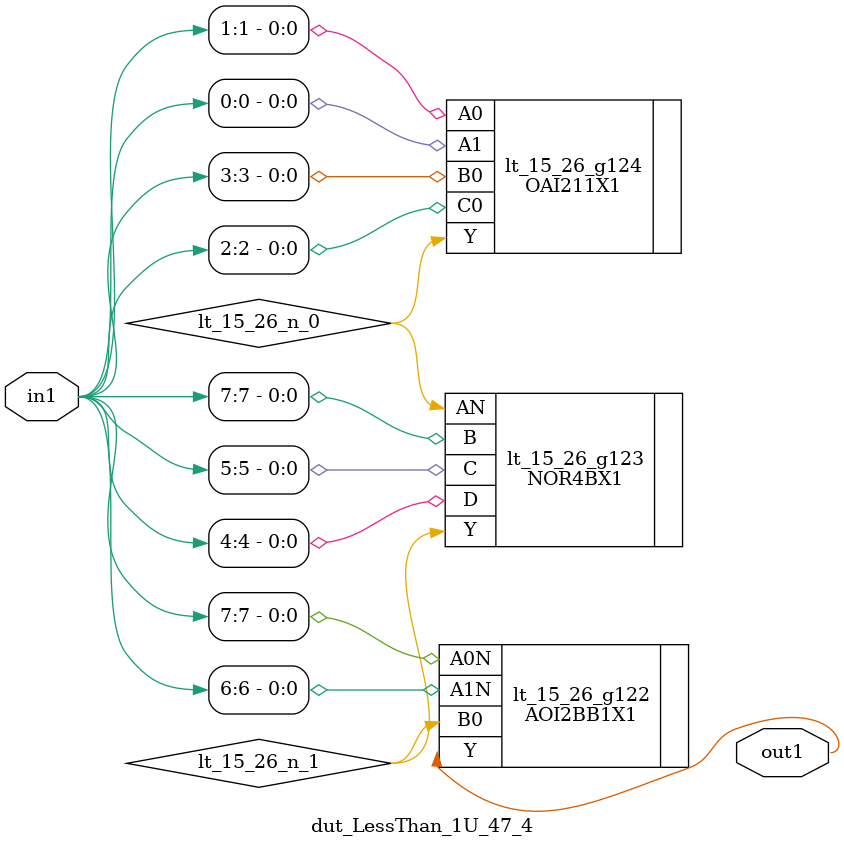
<source format=v>
`timescale 1ps / 1ps


module dut_LessThan_1U_47_4(in1, out1);
  input [7:0] in1;
  output out1;
  wire [7:0] in1;
  wire out1;
  wire lt_15_26_n_0, lt_15_26_n_1;
  AOI2BB1X1 lt_15_26_g122(.A0N (in1[7]), .A1N (in1[6]), .B0
       (lt_15_26_n_1), .Y (out1));
  NOR4BX1 lt_15_26_g123(.AN (lt_15_26_n_0), .B (in1[7]), .C (in1[5]),
       .D (in1[4]), .Y (lt_15_26_n_1));
  OAI211X1 lt_15_26_g124(.A0 (in1[1]), .A1 (in1[0]), .B0 (in1[3]), .C0
       (in1[2]), .Y (lt_15_26_n_0));
endmodule



</source>
